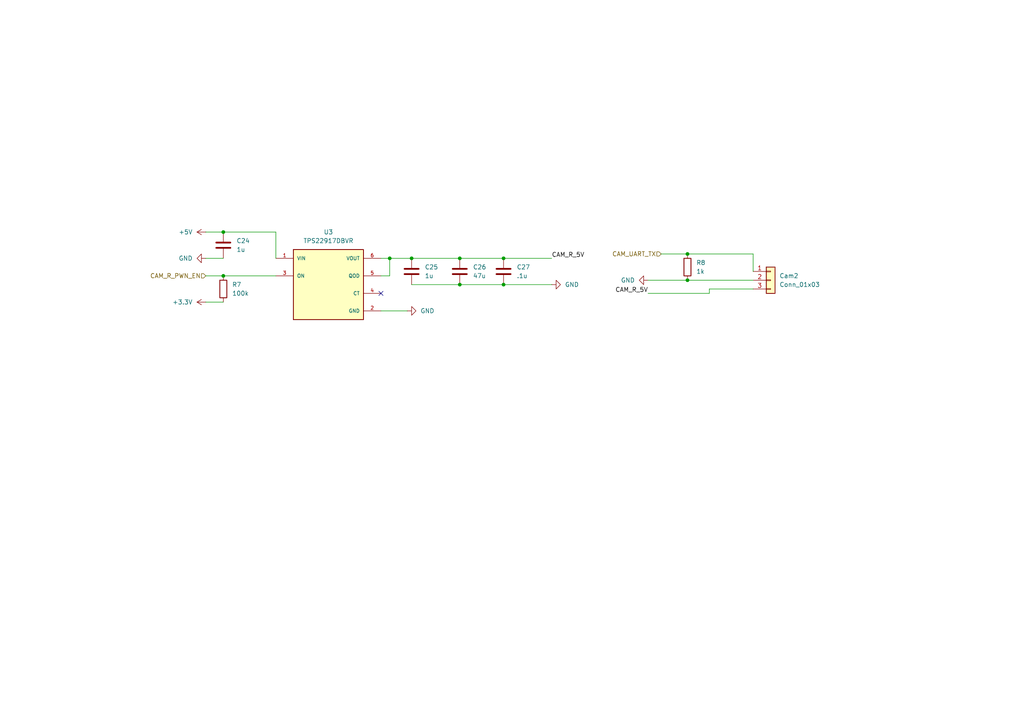
<source format=kicad_sch>
(kicad_sch (version 20250114) (generator "eeschema") (generator_version "9.0")
  (paper "A4")
  (lib_symbols
    (symbol "Connector_Generic:Conn_01x03" (pin_names (offset 1.016) (hide yes))
      (property "Reference" "J" (at 0 5.08 0))
      (property "Value" "Conn_01x03" (at 0 -5.08 0))
      (symbol "Conn_01x03_1_1"
        (rectangle (start -1.27 3.81) (end 1.27 -3.81) (stroke (width 0.254)) (fill (type background)))
        (rectangle (start -1.27 2.667) (end 0 2.413) (stroke (width 0.1524)))
        (rectangle (start -1.27 0.127) (end 0 -0.127) (stroke (width 0.1524)))
        (rectangle (start -1.27 -2.413) (end 0 -2.667) (stroke (width 0.1524)))
        (pin passive line (at -5.08 2.54 0) (length 3.81) (name "Pin_1") (number "1"))
        (pin passive line (at -5.08 0 0) (length 3.81) (name "Pin_2") (number "2"))
        (pin passive line (at -5.08 -2.54 0) (length 3.81) (name "Pin_3") (number "3"))
      )
    )
    (symbol "Device:C" (pin_numbers (hide yes)) (pin_names (offset 0.254))
      (property "Reference" "C" (at 0.635 2.54 0))
      (property "Value" "C" (at 0.635 -2.54 0))
      (symbol "C_0_1"
        (polyline (pts (xy -2.032 0.762) (xy 2.032 0.762)) (stroke (width 0.508)))
        (polyline (pts (xy -2.032 -0.762) (xy 2.032 -0.762)) (stroke (width 0.508)))
      )
      (symbol "C_1_1"
        (pin passive line (at 0 3.81 270) (length 2.794) (name "~") (number "1"))
        (pin passive line (at 0 -3.81 90) (length 2.794) (name "~") (number "2"))
      )
    )
    (symbol "Device:R" (pin_numbers (hide yes)) (pin_names (offset 0))
      (property "Reference" "R" (at 2.032 0 90))
      (property "Value" "R" (at 0 0 90))
      (symbol "R_0_1"
        (rectangle (start -1.016 -2.54) (end 1.016 2.54) (stroke (width 0.254)))
      )
      (symbol "R_1_1"
        (pin passive line (at 0 3.81 270) (length 1.27) (name "~") (number "1"))
        (pin passive line (at 0 -3.81 90) (length 1.27) (name "~") (number "2"))
      )
    )
    (symbol "TPS22917DBVR:TPS22917DBVR" (pin_names (offset 1.016))
      (property "Reference" "U" (at -10.16 10.922 0))
      (property "Value" "TPS22917DBVR" (at -10.16 -12.7 0))
      (symbol "TPS22917DBVR_0_0"
        (rectangle (start -10.16 -10.16) (end 10.16 10.16) (stroke (width 0.254)) (fill (type background)))
        (pin input line (at -15.24 7.62 0) (length 5.08) (name "VIN") (number "1"))
        (pin input line (at -15.24 2.54 0) (length 5.08) (name "ON") (number "3"))
        (pin output line (at 15.24 7.62 180) (length 5.08) (name "VOUT") (number "6"))
        (pin output line (at 15.24 2.54 180) (length 5.08) (name "QOD") (number "5"))
        (pin output line (at 15.24 -2.54 180) (length 5.08) (name "CT") (number "4"))
        (pin power_in line (at 15.24 -7.62 180) (length 5.08) (name "GND") (number "2"))
      )
    )
    (symbol "power:+3.3V" (power) (pin_numbers (hide yes)) (pin_names (offset 0) (hide yes))
      (property "Value" "+3.3V" (at 0 3.556 0))
      (symbol "+3.3V_0_1"
        (polyline (pts (xy -0.762 1.27) (xy 0 2.54)))
        (polyline (pts (xy 0 2.54) (xy 0.762 1.27)))
        (polyline (pts (xy 0 0) (xy 0 2.54)))
      )
      (symbol "+3.3V_1_1"
        (pin power_in line (at 0 0 90) (length 0) (name "~") (number "1"))
      )
    )
    (symbol "power:+5V" (power) (pin_numbers (hide yes)) (pin_names (offset 0) (hide yes))
      (property "Value" "+5V" (at 0 3.556 0))
      (symbol "+5V_0_1"
        (polyline (pts (xy -0.762 1.27) (xy 0 2.54)))
        (polyline (pts (xy 0 2.54) (xy 0.762 1.27)))
        (polyline (pts (xy 0 0) (xy 0 2.54)))
      )
      (symbol "+5V_1_1"
        (pin power_in line (at 0 0 90) (length 0) (name "~") (number "1"))
      )
    )
    (symbol "power:GND" (power) (pin_numbers (hide yes)) (pin_names (offset 0) (hide yes))
      (property "Value" "GND" (at 0 -3.81 0))
      (symbol "GND_0_1"
        (polyline (pts (xy 0 0) (xy 0 -1.27) (xy 1.27 -1.27) (xy 0 -2.54) (xy -1.27 -1.27) (xy 0 -1.27)))
      )
      (symbol "GND_1_1"
        (pin power_in line (at 0 0 270) (length 0) (name "~") (number "1"))
      )
    )
  )
  (junction (at 146.05 74.93))
  (junction (at 64.77 80.01))
  (junction (at 133.35 82.55))
  (junction (at 113.03 74.93))
  (junction (at 199.39 73.66))
  (junction (at 146.05 82.55))
  (junction (at 133.35 74.93))
  (junction (at 119.38 74.93))
  (junction (at 64.77 67.31))
  (junction (at 199.39 81.28))
  (no_connect (at 110.49 85.09))
  (wire (pts (xy 113.03 80.01) (xy 113.03 74.93)))
  (wire (pts (xy 133.35 74.93) (xy 146.05 74.93)))
  (wire (pts (xy 64.77 67.31) (xy 80.01 67.31)))
  (wire (pts (xy 110.49 74.93) (xy 113.03 74.93)))
  (wire (pts (xy 146.05 74.93) (xy 160.02 74.93)))
  (wire (pts (xy 110.49 80.01) (xy 113.03 80.01)))
  (wire (pts (xy 59.69 87.63) (xy 64.77 87.63)))
  (wire (pts (xy 191.77 73.66) (xy 199.39 73.66)))
  (wire (pts (xy 59.69 80.01) (xy 64.77 80.01)))
  (wire (pts (xy 187.96 81.28) (xy 199.39 81.28)))
  (wire (pts (xy 199.39 81.28) (xy 218.44 81.28)))
  (wire (pts (xy 119.38 74.93) (xy 133.35 74.93)))
  (wire (pts (xy 205.74 85.09) (xy 205.74 83.82)))
  (wire (pts (xy 80.01 67.31) (xy 80.01 74.93)))
  (wire (pts (xy 146.05 82.55) (xy 160.02 82.55)))
  (wire (pts (xy 64.77 80.01) (xy 80.01 80.01)))
  (wire (pts (xy 205.74 83.82) (xy 218.44 83.82)))
  (wire (pts (xy 133.35 82.55) (xy 146.05 82.55)))
  (wire (pts (xy 59.69 74.93) (xy 64.77 74.93)))
  (wire (pts (xy 119.38 82.55) (xy 133.35 82.55)))
  (wire (pts (xy 187.96 85.09) (xy 205.74 85.09)))
  (wire (pts (xy 113.03 74.93) (xy 119.38 74.93)))
  (wire (pts (xy 59.69 67.31) (xy 64.77 67.31)))
  (wire (pts (xy 199.39 73.66) (xy 218.44 73.66)))
  (wire (pts (xy 110.49 90.17) (xy 118.11 90.17)))
  (wire (pts (xy 218.44 73.66) (xy 218.44 78.74)))
  (label "" (at 123.19 74.93 0))
  (label "CAM_R_5V" (at 160.02 74.93 0))
  (label "CAM_R_5V" (at 187.96 85.09 180))
  (hierarchical_label "CAM_UART_TX" (shape input) (at 191.77 73.66 180))
  (hierarchical_label "CAM_R_PWN_EN" (shape input) (at 59.69 80.01 180))
  (symbol (lib_id "Device:C") (at 64.77 71.12 0) (unit 1)
    (property "Reference" "C24" (at 68.58 69.8499 0) (effects (justify left)))
    (property "Value" "1u" (at 68.58 72.3899 0) (effects (justify left)))
    (property "Footprint" "Capacitor_SMD:C_0805_2012Metric_Pad1.18x1.45mm_HandSolder" (effects (hide yes)))
    (property "Description" "Unpolarized capacitor" (effects (hide yes)))
  )
  (symbol (lib_id "Device:C") (at 133.35 78.74 0) (unit 1)
    (property "Reference" "C26" (at 137.16 77.4699 0) (effects (justify left)))
    (property "Value" "47u" (at 137.16 80.0099 0) (effects (justify left)))
    (property "Footprint" "Capacitor_SMD:C_0805_2012Metric_Pad1.18x1.45mm_HandSolder" (effects (hide yes)))
    (property "Description" "Unpolarized capacitor" (effects (hide yes)))
  )
  (symbol (lib_id "Device:C") (at 146.05 78.74 0) (unit 1)
    (property "Reference" "C27" (at 149.86 77.4699 0) (effects (justify left)))
    (property "Value" ".1u" (at 149.86 80.0099 0) (effects (justify left)))
    (property "Footprint" "Capacitor_SMD:C_0805_2012Metric_Pad1.18x1.45mm_HandSolder" (effects (hide yes)))
    (property "Description" "Unpolarized capacitor" (effects (hide yes)))
  )
  (symbol (lib_id "power:GND") (at 59.69 74.93 270) (unit 1)
    (property "Reference" "#PWR06" (effects (hide yes)))
    (property "Value" "GND" (at 55.88 74.9299 90) (effects (justify right)))
    (property "Description" "Power symbol creates a global label with name \"GND\" , ground" (effects (hide yes)))
  )
  (symbol (lib_id "TPS22917DBVR:TPS22917DBVR") (at 95.25 82.55 0) (unit 1)
    (property "Reference" "U3" (at 95.25 67.31 0))
    (property "Value" "TPS22917DBVR" (at 95.25 69.85 0))
    (property "Footprint" "myFootprints:SOT95P280X145-6N" (effects (hide yes)))
    (property "PARTREV" "B" (effects (hide yes)))
    (property "STANDARD" "IPC 7351B" (effects (hide yes)))
    (property "MAXIMUM_PACKAGE_HEIGHT" "1.45mm" (effects (hide yes)))
    (property "MANUFACTURER" "Texas Instruments" (effects (hide yes)))
  )
  (symbol (lib_id "Connector_Generic:Conn_01x03") (at 223.52 81.28 0) (unit 1)
    (property "Reference" "Cam2" (at 226.06 80.0099 0) (effects (justify left)))
    (property "Value" "Conn_01x03" (at 226.06 82.5499 0) (effects (justify left)))
    (property "Footprint" "Connector_JST:JST_PH_B3B-PH-K_1x03_P2.00mm_Vertical" (effects (hide yes)))
    (property "Description" "Generic connector, single row, 01x03, script generated (kicad-library-utils/schlib/autogen/connector/)" (effects (hide yes)))
  )
  (symbol (lib_id "power:+3.3V") (at 59.69 87.63 90) (unit 1)
    (property "Reference" "#PWR026" (effects (hide yes)))
    (property "Value" "+3.3V" (at 55.88 87.6299 90) (effects (justify left)))
    (property "Description" "Power symbol creates a global label with name \"+3.3V\"" (effects (hide yes)))
  )
  (symbol (lib_id "Device:R") (at 199.39 77.47 0) (unit 1)
    (property "Reference" "R8" (at 201.93 76.1999 0) (effects (justify left)))
    (property "Value" "1k" (at 201.93 78.7399 0) (effects (justify left)))
    (property "Footprint" "Resistor_SMD:R_0805_2012Metric_Pad1.20x1.40mm_HandSolder" (effects (hide yes)))
    (property "Description" "Resistor" (effects (hide yes)))
  )
  (symbol (lib_id "power:GND") (at 118.11 90.17 90) (unit 1)
    (property "Reference" "#PWR031" (effects (hide yes)))
    (property "Value" "GND" (at 121.92 90.1699 90) (effects (justify right)))
    (property "Description" "Power symbol creates a global label with name \"GND\" , ground" (effects (hide yes)))
  )
  (symbol (lib_id "power:GND") (at 187.96 81.28 270) (unit 1)
    (property "Reference" "#PWR034" (effects (hide yes)))
    (property "Value" "GND" (at 184.15 81.2799 90) (effects (justify right)))
    (property "Description" "Power symbol creates a global label with name \"GND\" , ground" (effects (hide yes)))
  )
  (symbol (lib_id "Device:R") (at 64.77 83.82 0) (unit 1)
    (property "Reference" "R7" (at 67.31 82.5499 0) (effects (justify left)))
    (property "Value" "100k" (at 67.31 85.0899 0) (effects (justify left)))
    (property "Footprint" "Resistor_SMD:R_0805_2012Metric_Pad1.20x1.40mm_HandSolder" (effects (hide yes)))
    (property "Description" "Resistor" (effects (hide yes)))
  )
  (symbol (lib_id "power:GND") (at 160.02 82.55 90) (unit 1)
    (property "Reference" "#PWR032" (effects (hide yes)))
    (property "Value" "GND" (at 163.83 82.5499 90) (effects (justify right)))
    (property "Description" "Power symbol creates a global label with name \"GND\" , ground" (effects (hide yes)))
  )
  (symbol (lib_id "Device:C") (at 119.38 78.74 0) (unit 1)
    (property "Reference" "C25" (at 123.19 77.4699 0) (effects (justify left)))
    (property "Value" "1u" (at 123.19 80.0099 0) (effects (justify left)))
    (property "Footprint" "Capacitor_SMD:C_0805_2012Metric_Pad1.18x1.45mm_HandSolder" (effects (hide yes)))
    (property "Description" "Unpolarized capacitor" (effects (hide yes)))
  )
  (symbol (lib_id "power:+5V") (at 59.69 67.31 90) (unit 1)
    (property "Reference" "#PWR024" (effects (hide yes)))
    (property "Value" "+5V" (at 55.88 67.3099 90) (effects (justify left)))
    (property "Description" "Power symbol creates a global label with name \"+5V\"" (effects (hide yes)))
  )
)
</source>
